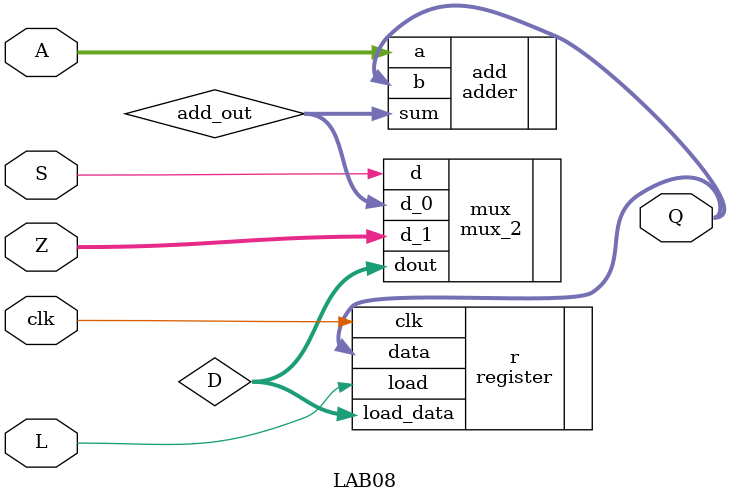
<source format=v>
module LAB08(A,S,L,Z,Q,clk);
input	[7:0] A;
input			S;
input			L;
input [7:0] Z;
input			clk;
output[7:0]	Q;

wire	[7:0]	D;
wire	[7:0]	Q;
wire	[7:0]	add_out;

adder add(
	.a(A),
	.b(Q),
	.sum(add_out)
	);

mux_2 mux(
	.d_0(add_out),
	.d_1(Z),
	.dout(D),
	.d(S)
	);

register r(
	.load_data(D),
	.data(Q),
	.load(L),
	.clk(clk)
	);

endmodule
</source>
